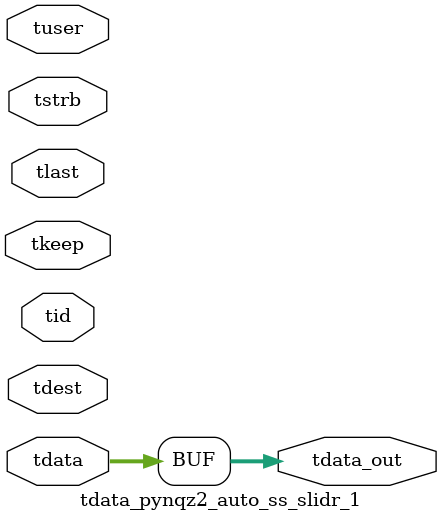
<source format=v>


`timescale 1ps/1ps

module tdata_pynqz2_auto_ss_slidr_1 #
(
parameter C_S_AXIS_TDATA_WIDTH = 32,
parameter C_S_AXIS_TUSER_WIDTH = 0,
parameter C_S_AXIS_TID_WIDTH   = 0,
parameter C_S_AXIS_TDEST_WIDTH = 0,
parameter C_M_AXIS_TDATA_WIDTH = 32
)
(
input  [(C_S_AXIS_TDATA_WIDTH == 0 ? 1 : C_S_AXIS_TDATA_WIDTH)-1:0     ] tdata,
input  [(C_S_AXIS_TUSER_WIDTH == 0 ? 1 : C_S_AXIS_TUSER_WIDTH)-1:0     ] tuser,
input  [(C_S_AXIS_TID_WIDTH   == 0 ? 1 : C_S_AXIS_TID_WIDTH)-1:0       ] tid,
input  [(C_S_AXIS_TDEST_WIDTH == 0 ? 1 : C_S_AXIS_TDEST_WIDTH)-1:0     ] tdest,
input  [(C_S_AXIS_TDATA_WIDTH/8)-1:0 ] tkeep,
input  [(C_S_AXIS_TDATA_WIDTH/8)-1:0 ] tstrb,
input                                                                    tlast,
output [C_M_AXIS_TDATA_WIDTH-1:0] tdata_out
);

assign tdata_out = {tdata[63:0]};

endmodule


</source>
